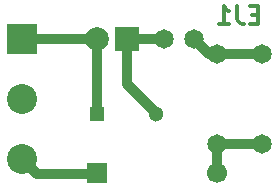
<source format=gbr>
G04 #@! TF.FileFunction,Copper,L2,Bot,Signal*
%FSLAX46Y46*%
G04 Gerber Fmt 4.6, Leading zero omitted, Abs format (unit mm)*
G04 Created by KiCad (PCBNEW 4.0.0-rc1-stable) date 30/11/2015 17:11:05*
%MOMM*%
G01*
G04 APERTURE LIST*
%ADD10C,0.100000*%
%ADD11C,0.300000*%
%ADD12R,1.300000X1.300000*%
%ADD13C,1.300000*%
%ADD14R,2.000000X2.000000*%
%ADD15C,2.000000*%
%ADD16C,1.699260*%
%ADD17R,1.699260X1.699260*%
%ADD18R,2.540000X2.540000*%
%ADD19C,2.540000*%
%ADD20C,1.651000*%
%ADD21C,0.812800*%
G04 APERTURE END LIST*
D10*
D11*
X160992142Y-107207857D02*
X160492142Y-107207857D01*
X160277856Y-107993571D02*
X160992142Y-107993571D01*
X160992142Y-106493571D01*
X160277856Y-106493571D01*
X159206428Y-106493571D02*
X159206428Y-107565000D01*
X159277856Y-107779286D01*
X159420713Y-107922143D01*
X159634999Y-107993571D01*
X159777856Y-107993571D01*
X157706428Y-107993571D02*
X158563571Y-107993571D01*
X158134999Y-107993571D02*
X158134999Y-106493571D01*
X158277856Y-106707857D01*
X158420714Y-106850714D01*
X158563571Y-106922143D01*
D12*
X147320000Y-115570000D03*
D13*
X152320000Y-115570000D03*
D14*
X149860000Y-109220000D03*
D15*
X147320000Y-109220000D03*
D16*
X157480520Y-120647460D03*
D17*
X147320520Y-120647460D03*
D18*
X140970000Y-109220000D03*
D19*
X140970000Y-114300000D03*
X140970000Y-119380000D03*
D20*
X157480000Y-110490000D03*
X157480000Y-118110000D03*
X161290000Y-110490000D03*
X161290000Y-118110000D03*
X153035000Y-109220000D03*
X155575000Y-109220000D03*
D21*
X140970000Y-109220000D02*
X147320000Y-109220000D01*
X147320000Y-109220000D02*
X147320000Y-115570000D01*
X161290000Y-110490000D02*
X157480000Y-110490000D01*
X149860000Y-109220000D02*
X153035000Y-109220000D01*
X155575000Y-109220000D02*
X156845000Y-110490000D01*
X156845000Y-110490000D02*
X157480000Y-110490000D01*
X152320000Y-115570000D02*
X152320000Y-115490000D01*
X152320000Y-115490000D02*
X149860000Y-113030000D01*
X149860000Y-113030000D02*
X149860000Y-109220000D01*
X161290000Y-118110000D02*
X157480000Y-118110000D01*
X157480520Y-120647460D02*
X157480520Y-118110520D01*
X157480520Y-118110520D02*
X157480000Y-118110000D01*
X140970000Y-119380000D02*
X142240000Y-120650000D01*
X142240000Y-120650000D02*
X147317980Y-120650000D01*
X147317980Y-120650000D02*
X147320520Y-120647460D01*
M02*

</source>
